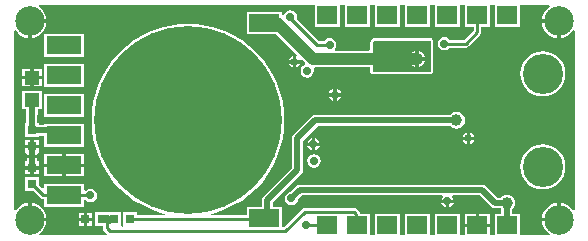
<source format=gtl>
G04*
G04 #@! TF.GenerationSoftware,Altium Limited,CircuitStudio,1.5.2 (30)*
G04*
G04 Layer_Physical_Order=1*
G04 Layer_Color=11767835*
%FSLAX25Y25*%
%MOIN*%
G70*
G01*
G75*
%ADD10R,0.03000X0.03000*%
%ADD11R,0.05000X0.04500*%
%ADD12R,0.11811X0.05906*%
%ADD13R,0.07000X0.06000*%
%ADD14R,0.09843X0.05906*%
%ADD15R,0.03000X0.03000*%
%ADD16C,0.03937*%
%ADD17C,0.01000*%
%ADD18C,0.01969*%
%ADD19C,0.02000*%
%ADD20C,0.13386*%
%ADD21C,0.62598*%
%ADD22C,0.09843*%
%ADD23C,0.03937*%
%ADD24C,0.02362*%
%ADD25C,0.02800*%
%ADD26C,0.02400*%
G36*
X120552Y37800D02*
X119613Y37080D01*
X118712Y35906D01*
X118146Y34538D01*
X118031Y33671D01*
X123622D01*
Y33071D01*
X124222D01*
Y27480D01*
X125090Y27594D01*
X126457Y28161D01*
X127631Y29062D01*
X128352Y30000D01*
X128852Y29831D01*
Y-29831D01*
X128352Y-30000D01*
X127631Y-29062D01*
X126457Y-28161D01*
X125090Y-27594D01*
X124222Y-27480D01*
Y-33071D01*
X123622D01*
Y-33671D01*
X118031D01*
X118146Y-34538D01*
X118712Y-35906D01*
X119613Y-37080D01*
X120552Y-37800D01*
X120382Y-38300D01*
X110799D01*
Y-31201D01*
X108118D01*
Y-29652D01*
X108273Y-29533D01*
X108717Y-28955D01*
X108996Y-28282D01*
X109091Y-27559D01*
X108996Y-26836D01*
X108717Y-26163D01*
X108273Y-25585D01*
X107695Y-25142D01*
X107022Y-24863D01*
X106299Y-24768D01*
X105577Y-24863D01*
X104903Y-25142D01*
X104325Y-25585D01*
X104206Y-25741D01*
X103115D01*
X99317Y-21942D01*
X98727Y-21548D01*
X98032Y-21410D01*
X37272D01*
X36576Y-21548D01*
X35986Y-21942D01*
X34089Y-23840D01*
X33642Y-23928D01*
X32914Y-24414D01*
X32428Y-25142D01*
X32258Y-26000D01*
X32428Y-26858D01*
X32914Y-27586D01*
X33642Y-28072D01*
X34500Y-28242D01*
X35358Y-28072D01*
X36086Y-27586D01*
X36572Y-26858D01*
X36661Y-26411D01*
X38025Y-25047D01*
X84812D01*
X84945Y-25547D01*
X84522Y-26181D01*
X84478Y-26400D01*
X88522D01*
X88478Y-26181D01*
X88055Y-25547D01*
X88188Y-25047D01*
X97278D01*
X101076Y-28845D01*
X101666Y-29239D01*
X102362Y-29377D01*
X104206D01*
X104325Y-29533D01*
X104481Y-29652D01*
Y-31201D01*
X102201D01*
Y-38300D01*
X100700D01*
Y-35600D01*
X96500D01*
X92300D01*
Y-38300D01*
X90799D01*
Y-31201D01*
X82201D01*
Y-38300D01*
X80799D01*
Y-31201D01*
X72201D01*
Y-38300D01*
X70799D01*
Y-31201D01*
X62201D01*
Y-38300D01*
X60799D01*
Y-31201D01*
X57325D01*
Y-31086D01*
X57224Y-30579D01*
X56937Y-30149D01*
X56937Y-30149D01*
X56351Y-29563D01*
X55921Y-29276D01*
X55837Y-29259D01*
X55414Y-29175D01*
X55414Y-29175D01*
X39000D01*
X39000Y-29175D01*
X38577Y-29259D01*
X38493Y-29276D01*
X38063Y-29563D01*
X38063Y-29563D01*
X31951Y-35675D01*
X31220D01*
Y-28748D01*
X28318D01*
Y-27253D01*
X37786Y-17786D01*
X38180Y-17196D01*
X38318Y-16500D01*
Y-6753D01*
X43253Y-1818D01*
X87407D01*
X87526Y-1974D01*
X88104Y-2418D01*
X88778Y-2696D01*
X89500Y-2792D01*
X90223Y-2696D01*
X90896Y-2418D01*
X91474Y-1974D01*
X91918Y-1396D01*
X92197Y-722D01*
X92292Y0D01*
X92197Y722D01*
X91918Y1396D01*
X91474Y1974D01*
X90896Y2418D01*
X90223Y2696D01*
X89500Y2792D01*
X88778Y2696D01*
X88104Y2418D01*
X87526Y1974D01*
X87407Y1818D01*
X42500D01*
X41804Y1680D01*
X41214Y1286D01*
X35214Y-4714D01*
X34820Y-5304D01*
X34682Y-6000D01*
Y-15747D01*
X25214Y-25214D01*
X24820Y-25804D01*
X24682Y-26500D01*
Y-28748D01*
X19780D01*
Y-31675D01*
X7706D01*
X7644Y-31175D01*
X9329Y-30753D01*
X12298Y-29691D01*
X15149Y-28342D01*
X17854Y-26721D01*
X20388Y-24842D01*
X22724Y-22724D01*
X24842Y-20388D01*
X26721Y-17854D01*
X28342Y-15149D01*
X29691Y-12298D01*
X30753Y-9329D01*
X31520Y-6270D01*
X31982Y-3150D01*
X32137Y0D01*
X31982Y3150D01*
X31520Y6270D01*
X30753Y9329D01*
X29691Y12298D01*
X28342Y15149D01*
X26721Y17854D01*
X24842Y20388D01*
X22724Y22724D01*
X20388Y24842D01*
X17854Y26721D01*
X15149Y28342D01*
X12298Y29691D01*
X9329Y30753D01*
X6270Y31520D01*
X3150Y31982D01*
X0Y32137D01*
X-3150Y31982D01*
X-6270Y31520D01*
X-9329Y30753D01*
X-12298Y29691D01*
X-15149Y28342D01*
X-17854Y26721D01*
X-20388Y24842D01*
X-22724Y22724D01*
X-24842Y20388D01*
X-26721Y17854D01*
X-28342Y15149D01*
X-29691Y12298D01*
X-30753Y9329D01*
X-31520Y6270D01*
X-31982Y3150D01*
X-32137Y0D01*
X-31982Y-3150D01*
X-31520Y-6270D01*
X-30753Y-9329D01*
X-29691Y-12298D01*
X-28342Y-15149D01*
X-26721Y-17854D01*
X-24842Y-20388D01*
X-22724Y-22724D01*
X-20388Y-24842D01*
X-17854Y-26721D01*
X-15149Y-28342D01*
X-12298Y-29691D01*
X-9329Y-30753D01*
X-7644Y-31175D01*
X-7706Y-31675D01*
X-17001D01*
Y-30701D01*
X-21599D01*
Y-35299D01*
X-21695Y-35419D01*
X-21950D01*
X-22401Y-34959D01*
Y-30701D01*
X-31099D01*
Y-35299D01*
X-28325D01*
Y-36000D01*
X-28325Y-36000D01*
X-28241Y-36423D01*
X-28224Y-36507D01*
X-27937Y-36937D01*
X-27073Y-37800D01*
X-27266Y-38300D01*
X-49516D01*
X-49685Y-37800D01*
X-48747Y-37080D01*
X-47846Y-35906D01*
X-47279Y-34538D01*
X-47165Y-33671D01*
X-52756D01*
Y-33071D01*
X-53356D01*
Y-27480D01*
X-54223Y-27594D01*
X-55591Y-28161D01*
X-56765Y-29062D01*
X-57485Y-30000D01*
X-57985Y-29831D01*
Y29831D01*
X-57485Y30000D01*
X-56765Y29062D01*
X-55591Y28161D01*
X-54223Y27594D01*
X-53356Y27480D01*
Y33071D01*
X-52756D01*
Y33671D01*
X-47165D01*
X-47279Y34538D01*
X-47846Y35906D01*
X-48747Y37080D01*
X-49685Y37800D01*
X-49516Y38300D01*
X42201D01*
Y31201D01*
X50799D01*
Y38300D01*
X52201D01*
Y31201D01*
X60799D01*
Y38300D01*
X62201D01*
Y31201D01*
X70799D01*
Y38300D01*
X72201D01*
Y31201D01*
X80799D01*
Y38300D01*
X82201D01*
Y31201D01*
X90799D01*
Y38300D01*
X92201D01*
Y31201D01*
X95175D01*
Y30049D01*
X92042Y26915D01*
X87193D01*
X87019Y27176D01*
X86291Y27662D01*
X85433Y27833D01*
X84575Y27662D01*
X83847Y27176D01*
X83362Y26449D01*
X83191Y25591D01*
X83362Y24733D01*
X83847Y24005D01*
X84575Y23519D01*
X85433Y23348D01*
X86291Y23519D01*
X87019Y24005D01*
X87193Y24266D01*
X92590D01*
X92590Y24266D01*
X93013Y24350D01*
X93098Y24367D01*
X93527Y24654D01*
X97437Y28563D01*
X97437Y28563D01*
X97724Y28993D01*
X97741Y29077D01*
X97825Y29500D01*
X97825Y29500D01*
Y31201D01*
X100799D01*
Y38300D01*
X102201D01*
Y31201D01*
X110799D01*
Y38300D01*
X120382D01*
X120552Y37800D01*
D02*
G37*
%LPC*%
G36*
X-50182Y-12600D02*
X-53818D01*
X-53790Y-12741D01*
X-53550Y-13100D01*
X-53817Y-13600D01*
X-54200D01*
Y-15200D01*
X-52000D01*
X-49800D01*
Y-13600D01*
X-50183D01*
X-50450Y-13100D01*
X-50210Y-12741D01*
X-50182Y-12600D01*
D02*
G37*
G36*
X-41939Y-11347D02*
X-47944D01*
Y-14400D01*
X-41939D01*
Y-11347D01*
D02*
G37*
G36*
X-34733D02*
X-40739D01*
Y-14400D01*
X-34733D01*
Y-11347D01*
D02*
G37*
G36*
X-52600Y-16400D02*
X-54200D01*
Y-18000D01*
X-52600D01*
Y-16400D01*
D02*
G37*
G36*
X-49800D02*
X-51400D01*
Y-18000D01*
X-49800D01*
Y-16400D01*
D02*
G37*
G36*
X42000Y-11258D02*
X41142Y-11428D01*
X40414Y-11914D01*
X39928Y-12642D01*
X39758Y-13500D01*
X39928Y-14358D01*
X40414Y-15086D01*
X41142Y-15572D01*
X42000Y-15742D01*
X42858Y-15572D01*
X43586Y-15086D01*
X44072Y-14358D01*
X44242Y-13500D01*
X44072Y-12642D01*
X43586Y-11914D01*
X42858Y-11428D01*
X42000Y-11258D01*
D02*
G37*
G36*
X-49800Y-9300D02*
X-52000D01*
X-54200D01*
Y-10900D01*
X-54106D01*
X-53818Y-11400D01*
X-50182D01*
X-49894Y-10900D01*
X-49800D01*
Y-9300D01*
D02*
G37*
G36*
X-52600Y-6500D02*
X-54200D01*
Y-8100D01*
X-52600D01*
Y-6500D01*
D02*
G37*
G36*
X-49800D02*
X-51400D01*
Y-8100D01*
X-49800D01*
Y-6500D01*
D02*
G37*
G36*
X92900Y-6600D02*
X91682D01*
X91710Y-6741D01*
X92130Y-7370D01*
X92759Y-7790D01*
X92900Y-7818D01*
Y-6600D01*
D02*
G37*
G36*
X41232Y-8600D02*
X39810D01*
X39853Y-8819D01*
X40317Y-9514D01*
X41012Y-9978D01*
X41232Y-10022D01*
Y-8600D01*
D02*
G37*
G36*
X43853D02*
X42432D01*
Y-10022D01*
X42651Y-9978D01*
X43345Y-9514D01*
X43810Y-8819D01*
X43853Y-8600D01*
D02*
G37*
G36*
X-48701Y9809D02*
X-55299D01*
Y3711D01*
X-54131D01*
X-54001Y3485D01*
X-53897Y3211D01*
X-54038Y2500D01*
X-53883Y1720D01*
X-53834Y1647D01*
Y-1001D01*
X-54299D01*
Y-5599D01*
X-49701D01*
Y-5134D01*
X-48043D01*
Y-8752D01*
X-34634D01*
Y-1248D01*
X-48043D01*
Y-1465D01*
X-49701D01*
Y-1001D01*
X-50165D01*
Y1647D01*
X-50117Y1720D01*
X-49962Y2500D01*
X-50103Y3211D01*
X-49999Y3485D01*
X-49869Y3711D01*
X-48701D01*
Y9809D01*
D02*
G37*
G36*
X-34733Y-15600D02*
X-40739D01*
Y-18653D01*
X-34733D01*
Y-15600D01*
D02*
G37*
G36*
X100700Y-31300D02*
X97100D01*
Y-34400D01*
X100700D01*
Y-31300D01*
D02*
G37*
G36*
X123022Y-27480D02*
X122155Y-27594D01*
X120787Y-28161D01*
X119613Y-29062D01*
X118712Y-30236D01*
X118146Y-31603D01*
X118031Y-32471D01*
X123022D01*
Y-27480D01*
D02*
G37*
G36*
X-52156D02*
Y-32471D01*
X-47165D01*
X-47279Y-31603D01*
X-47846Y-30236D01*
X-48747Y-29062D01*
X-49921Y-28161D01*
X-51288Y-27594D01*
X-52156Y-27480D01*
D02*
G37*
G36*
X-34800Y-33600D02*
X-36400D01*
Y-35200D01*
X-34800D01*
Y-33600D01*
D02*
G37*
G36*
X-32000D02*
X-33600D01*
Y-35200D01*
X-32000D01*
Y-33600D01*
D02*
G37*
G36*
X95900Y-31300D02*
X92300D01*
Y-34400D01*
X95900D01*
Y-31300D01*
D02*
G37*
G36*
X-34800Y-30800D02*
X-36400D01*
Y-32400D01*
X-34800D01*
Y-30800D01*
D02*
G37*
G36*
X-49701Y-18901D02*
X-54299D01*
Y-23499D01*
X-51574D01*
X-49137Y-25937D01*
X-49137Y-25937D01*
X-48707Y-26224D01*
X-48200Y-26325D01*
X-48043D01*
Y-28752D01*
X-34634D01*
Y-26665D01*
X-34134Y-26513D01*
X-34086Y-26586D01*
X-33358Y-27072D01*
X-32500Y-27242D01*
X-31642Y-27072D01*
X-30914Y-26586D01*
X-30428Y-25858D01*
X-30258Y-25000D01*
X-30428Y-24142D01*
X-30914Y-23414D01*
X-31642Y-22928D01*
X-32500Y-22758D01*
X-33358Y-22928D01*
X-34086Y-23414D01*
X-34134Y-23487D01*
X-34634Y-23335D01*
Y-21248D01*
X-48043D01*
Y-22630D01*
X-48505Y-22821D01*
X-49701Y-21626D01*
Y-18901D01*
D02*
G37*
G36*
X118287Y-7983D02*
X116819Y-8128D01*
X115406Y-8557D01*
X114105Y-9252D01*
X112964Y-10188D01*
X112028Y-11329D01*
X111332Y-12631D01*
X110904Y-14043D01*
X110759Y-15512D01*
X110904Y-16981D01*
X111332Y-18393D01*
X112028Y-19694D01*
X112964Y-20835D01*
X114105Y-21771D01*
X115406Y-22467D01*
X116819Y-22896D01*
X118287Y-23040D01*
X119756Y-22896D01*
X121168Y-22467D01*
X122470Y-21771D01*
X123611Y-20835D01*
X124547Y-19694D01*
X125243Y-18393D01*
X125671Y-16981D01*
X125816Y-15512D01*
X125671Y-14043D01*
X125243Y-12631D01*
X124547Y-11329D01*
X123611Y-10188D01*
X122470Y-9252D01*
X121168Y-8557D01*
X119756Y-8128D01*
X118287Y-7983D01*
D02*
G37*
G36*
X-41939Y-15600D02*
X-47944D01*
Y-18653D01*
X-41939D01*
Y-15600D01*
D02*
G37*
G36*
X-32000Y-30800D02*
X-33600D01*
Y-32400D01*
X-32000D01*
Y-30800D01*
D02*
G37*
G36*
X85900Y-27600D02*
X84478D01*
X84522Y-27819D01*
X84986Y-28514D01*
X85681Y-28978D01*
X85900Y-29022D01*
Y-27600D01*
D02*
G37*
G36*
X88522D02*
X87100D01*
Y-29022D01*
X87319Y-28978D01*
X88014Y-28514D01*
X88478Y-27819D01*
X88522Y-27600D01*
D02*
G37*
G36*
X95318Y-6600D02*
X94100D01*
Y-7818D01*
X94241Y-7790D01*
X94870Y-7370D01*
X95290Y-6741D01*
X95318Y-6600D01*
D02*
G37*
G36*
X-48800Y17190D02*
X-51400D01*
Y14840D01*
X-48800D01*
Y17190D01*
D02*
G37*
G36*
X34900Y18900D02*
X33682D01*
X33710Y18759D01*
X34130Y18130D01*
X34759Y17710D01*
X34900Y17682D01*
Y18900D01*
D02*
G37*
G36*
X-52600Y17190D02*
X-55200D01*
Y14840D01*
X-52600D01*
Y17190D01*
D02*
G37*
G36*
Y13640D02*
X-55200D01*
Y11290D01*
X-52600D01*
Y13640D01*
D02*
G37*
G36*
X-48800D02*
X-51400D01*
Y11290D01*
X-48800D01*
Y13640D01*
D02*
G37*
G36*
X37318Y18900D02*
X36100D01*
Y17682D01*
X36241Y17710D01*
X36870Y18130D01*
X37290Y18759D01*
X37318Y18900D01*
D02*
G37*
G36*
X-47165Y32471D02*
X-52156D01*
Y27480D01*
X-51288Y27594D01*
X-49921Y28161D01*
X-48747Y29062D01*
X-47846Y30236D01*
X-47279Y31603D01*
X-47165Y32471D01*
D02*
G37*
G36*
X34141Y36742D02*
X33283Y36572D01*
X32556Y36086D01*
X32070Y35358D01*
X32017Y35093D01*
X31484Y34886D01*
X31220Y35078D01*
Y36252D01*
X19780D01*
Y28748D01*
X29458D01*
X36348Y21858D01*
X36230Y21320D01*
X36201Y21298D01*
X36100Y21318D01*
Y20100D01*
X37318D01*
X37298Y20201D01*
X37320Y20230D01*
X37858Y20348D01*
X39138Y19068D01*
X38993Y18590D01*
X38902Y18572D01*
X38174Y18086D01*
X37688Y17358D01*
X37517Y16500D01*
X37688Y15642D01*
X38174Y14914D01*
X38902Y14428D01*
X39760Y14258D01*
X40618Y14428D01*
X41345Y14914D01*
X41831Y15642D01*
X42002Y16500D01*
X41867Y17181D01*
X42124Y17603D01*
X42217Y17681D01*
X60800D01*
X60800Y16155D01*
X60832Y15995D01*
X60862Y15844D01*
X60862Y15843D01*
X60862Y15843D01*
X60956Y15703D01*
X61038Y15579D01*
X61038Y15579D01*
X61038Y15579D01*
X61173Y15489D01*
X61302Y15402D01*
X61303Y15402D01*
X61303Y15402D01*
X61455Y15372D01*
X61614Y15340D01*
X80551Y15327D01*
X80551Y15327D01*
X80551Y15327D01*
X80718Y15360D01*
X80863Y15389D01*
X80863Y15389D01*
X80863Y15389D01*
X81002Y15482D01*
X81128Y15565D01*
X81128Y15565D01*
X81128Y15566D01*
X81481Y15919D01*
X81482Y15919D01*
X81482Y15919D01*
X81569Y16050D01*
X81658Y16183D01*
X81658Y16183D01*
X81658Y16184D01*
X81688Y16331D01*
X81720Y16495D01*
X81720Y16495D01*
X81720Y16495D01*
Y26575D01*
X81658Y26887D01*
X81482Y27151D01*
X81217Y27328D01*
X80905Y27390D01*
X61968D01*
X61968D01*
X61656Y27328D01*
X61392Y27151D01*
Y27151D01*
X61392D01*
X61038Y26797D01*
Y26797D01*
X61038D01*
X60979Y26710D01*
X60861Y26533D01*
X60799Y26221D01*
Y26221D01*
Y26221D01*
X60799Y23618D01*
X60446Y23264D01*
X49073D01*
X48899Y23764D01*
X49312Y24382D01*
X49483Y25240D01*
X49312Y26098D01*
X48826Y26826D01*
X48098Y27312D01*
X47240Y27483D01*
X46382Y27312D01*
X45655Y26826D01*
X45480Y26565D01*
X43463D01*
X36241Y33786D01*
X36383Y34500D01*
X36213Y35358D01*
X35727Y36086D01*
X34999Y36572D01*
X34141Y36742D01*
D02*
G37*
G36*
X123022Y32471D02*
X118031D01*
X118146Y31603D01*
X118712Y30236D01*
X119613Y29062D01*
X120787Y28161D01*
X122155Y27594D01*
X123022Y27480D01*
Y32471D01*
D02*
G37*
G36*
X34900Y21318D02*
X34759Y21290D01*
X34130Y20870D01*
X33710Y20241D01*
X33682Y20100D01*
X34900D01*
Y21318D01*
D02*
G37*
G36*
X-34634Y28752D02*
X-48043D01*
Y21248D01*
X-34634D01*
Y28752D01*
D02*
G37*
G36*
X42432Y-5978D02*
Y-7400D01*
X43853D01*
X43810Y-7181D01*
X43345Y-6486D01*
X42651Y-6022D01*
X42432Y-5978D01*
D02*
G37*
G36*
X41232D02*
X41012Y-6022D01*
X40317Y-6486D01*
X39853Y-7181D01*
X39810Y-7400D01*
X41232D01*
Y-5978D01*
D02*
G37*
G36*
X48400Y7900D02*
X46978D01*
X47022Y7681D01*
X47486Y6986D01*
X48181Y6522D01*
X48400Y6478D01*
Y7900D01*
D02*
G37*
G36*
X94100Y-4182D02*
Y-5400D01*
X95318D01*
X95290Y-5259D01*
X94870Y-4630D01*
X94241Y-4210D01*
X94100Y-4182D01*
D02*
G37*
G36*
X92900D02*
X92759Y-4210D01*
X92130Y-4630D01*
X91710Y-5259D01*
X91682Y-5400D01*
X92900D01*
Y-4182D01*
D02*
G37*
G36*
X-34634Y8752D02*
X-48043D01*
Y1248D01*
X-34634D01*
Y8752D01*
D02*
G37*
G36*
X48400Y10522D02*
X48181Y10478D01*
X47486Y10014D01*
X47022Y9319D01*
X46978Y9100D01*
X48400D01*
Y10522D01*
D02*
G37*
G36*
X49600D02*
Y9100D01*
X51022D01*
X50978Y9319D01*
X50514Y10014D01*
X49819Y10478D01*
X49600Y10522D01*
D02*
G37*
G36*
X-34634Y18752D02*
X-48043D01*
Y11248D01*
X-34634D01*
Y18752D01*
D02*
G37*
G36*
X51022Y7900D02*
X49600D01*
Y6478D01*
X49819Y6522D01*
X50514Y6986D01*
X50978Y7681D01*
X51022Y7900D01*
D02*
G37*
G36*
X118287Y23040D02*
X116819Y22896D01*
X115406Y22467D01*
X114105Y21771D01*
X112964Y20835D01*
X112028Y19694D01*
X111332Y18393D01*
X110904Y16981D01*
X110759Y15512D01*
X110904Y14043D01*
X111332Y12631D01*
X112028Y11329D01*
X112964Y10188D01*
X114105Y9252D01*
X115406Y8557D01*
X116819Y8128D01*
X118287Y7983D01*
X119756Y8128D01*
X121168Y8557D01*
X122470Y9252D01*
X123611Y10188D01*
X124547Y11329D01*
X125243Y12631D01*
X125671Y14043D01*
X125816Y15512D01*
X125671Y16981D01*
X125243Y18393D01*
X124547Y19694D01*
X123611Y20835D01*
X122470Y21771D01*
X121168Y22467D01*
X119756Y22896D01*
X118287Y23040D01*
D02*
G37*
%LPD*%
G36*
X80905Y16495D02*
X80552Y16142D01*
X61615Y16155D01*
X61614Y26221D01*
X61968Y26575D01*
X80905D01*
Y16495D01*
D02*
G37*
%LPC*%
G36*
X78991Y19872D02*
X76978D01*
Y17860D01*
X77075Y17873D01*
X77724Y18142D01*
X78281Y18569D01*
X78709Y19127D01*
X78978Y19776D01*
X78991Y19872D01*
D02*
G37*
G36*
X75778D02*
X73765D01*
X73778Y19776D01*
X74047Y19127D01*
X74475Y18569D01*
X75032Y18142D01*
X75681Y17873D01*
X75778Y17860D01*
Y19872D01*
D02*
G37*
G36*
X76978Y23085D02*
Y21072D01*
X78991D01*
X78978Y21169D01*
X78709Y21818D01*
X78281Y22376D01*
X77724Y22803D01*
X77075Y23072D01*
X76978Y23085D01*
D02*
G37*
G36*
X75778D02*
X75681Y23072D01*
X75032Y22803D01*
X74475Y22376D01*
X74047Y21818D01*
X73778Y21169D01*
X73765Y21072D01*
X75778D01*
Y23085D01*
D02*
G37*
%LPD*%
D10*
X-24700Y-33000D02*
D03*
X-19300D02*
D03*
X-28800D02*
D03*
X-34200D02*
D03*
D11*
X-52000Y6760D02*
D03*
Y14240D02*
D03*
D12*
X-41339Y25000D02*
D03*
Y15000D02*
D03*
Y5000D02*
D03*
Y-5000D02*
D03*
Y-15000D02*
D03*
Y-25000D02*
D03*
D13*
X106500Y-35000D02*
D03*
Y35000D02*
D03*
X96500D02*
D03*
X86500D02*
D03*
X76500D02*
D03*
X66500D02*
D03*
X56500D02*
D03*
X46500D02*
D03*
Y-35000D02*
D03*
X56500D02*
D03*
X66500D02*
D03*
X76500D02*
D03*
X86500D02*
D03*
X96500D02*
D03*
D14*
X25500Y-32500D02*
D03*
Y32500D02*
D03*
D15*
X-52000Y-15800D02*
D03*
Y-21200D02*
D03*
Y-8700D02*
D03*
Y-3300D02*
D03*
D16*
X41681Y20472D02*
X76378D01*
X29654Y32500D02*
X41681Y20472D01*
X25500Y32500D02*
X29654D01*
D17*
X92590Y25591D02*
X96500Y29500D01*
X85433Y25591D02*
X92590D01*
X39000Y-30500D02*
X55414D01*
X32500Y-37000D02*
X39000Y-30500D01*
X-26000Y-37000D02*
X32500D01*
X39500Y-35000D02*
X46500D01*
X55414Y-30500D02*
X56000Y-31086D01*
Y-34500D02*
Y-31086D01*
X-27000Y-36000D02*
Y-33000D01*
Y-36000D02*
X-26000Y-37000D01*
X-27000Y-33000D02*
X-26000Y-34000D01*
X56000Y-34500D02*
X56500Y-35000D01*
X25000Y-33000D02*
X26500Y-31500D01*
X-19300Y-33000D02*
X25000D01*
X34141Y34013D02*
X42914Y25240D01*
X47240D01*
X34141Y34013D02*
Y34500D01*
X96500Y29500D02*
Y35000D01*
X-52000Y-21200D02*
X-48200Y-25000D01*
X-41339D01*
X-32500D01*
D18*
X34500Y-26000D02*
X37272Y-23228D01*
X98032D01*
X102362Y-27559D01*
X106299D01*
Y-34799D02*
Y-27559D01*
Y-34799D02*
X106500Y-35000D01*
X26500Y-31500D02*
Y-26500D01*
X36500Y-16500D01*
Y-6000D01*
X42500Y0D01*
X89500D01*
D19*
X-45700Y-3300D02*
X-44000Y-5000D01*
X-52000Y-3300D02*
X-45700D01*
X-52000D02*
Y6000D01*
Y-15800D02*
Y-8700D01*
X-44000Y-5000D02*
X-41339D01*
D20*
X118287Y-15512D02*
D03*
Y15512D02*
D03*
D21*
X0Y0D02*
D03*
D22*
X-52756Y33071D02*
D03*
Y-33071D02*
D03*
X123622D02*
D03*
Y33071D02*
D03*
D23*
X76378Y20472D02*
D03*
X106299Y-27559D02*
D03*
X89500Y0D02*
D03*
D24*
X56693Y34252D02*
D03*
X63779Y24173D02*
D03*
X66417Y24134D02*
D03*
X69095Y24173D02*
D03*
Y20630D02*
D03*
X66417Y20591D02*
D03*
X63779Y20630D02*
D03*
D25*
X85433Y25591D02*
D03*
X42000Y-13500D02*
D03*
X41831Y-8000D02*
D03*
X39500Y-35000D02*
D03*
X34500Y-26000D02*
D03*
X-27000Y-33000D02*
D03*
X34141Y34500D02*
D03*
X-32500Y-25000D02*
D03*
X49000Y8500D02*
D03*
X86500Y-27000D02*
D03*
X47240Y25240D02*
D03*
X39760Y16500D02*
D03*
D26*
X93500Y-6000D02*
D03*
X-52000Y2500D02*
D03*
Y-12000D02*
D03*
X35500Y19500D02*
D03*
M02*

</source>
